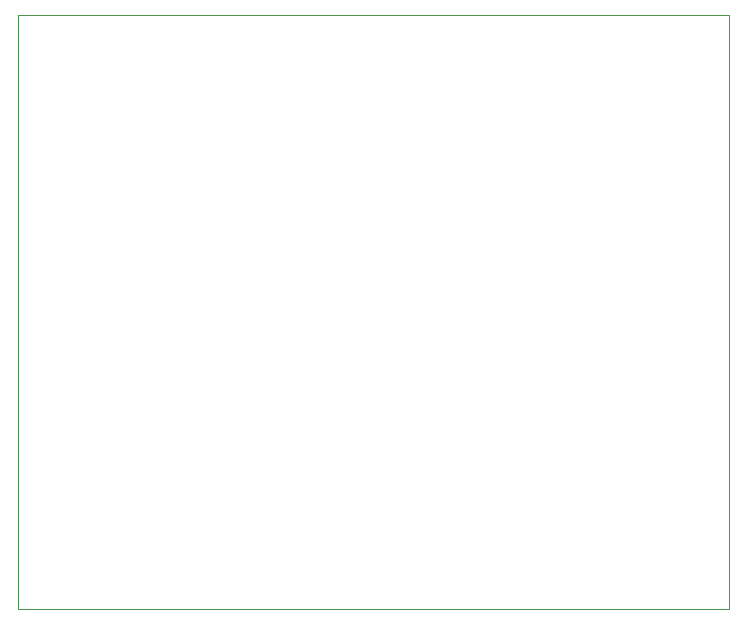
<source format=gm1>
%TF.GenerationSoftware,KiCad,Pcbnew,(6.0.9)*%
%TF.CreationDate,2024-01-25T22:47:47-06:00*%
%TF.ProjectId,AD8232_Heart_Rate_Monitor_v4.0,41443832-3332-45f4-9865-6172745f5261,rev?*%
%TF.SameCoordinates,Original*%
%TF.FileFunction,Profile,NP*%
%FSLAX46Y46*%
G04 Gerber Fmt 4.6, Leading zero omitted, Abs format (unit mm)*
G04 Created by KiCad (PCBNEW (6.0.9)) date 2024-01-25 22:47:47*
%MOMM*%
%LPD*%
G01*
G04 APERTURE LIST*
%TA.AperFunction,Profile*%
%ADD10C,0.050000*%
%TD*%
G04 APERTURE END LIST*
D10*
X154178000Y-113284000D02*
X93980000Y-113284000D01*
X93980000Y-62992000D01*
X154178000Y-62992000D01*
X154178000Y-113284000D01*
M02*

</source>
